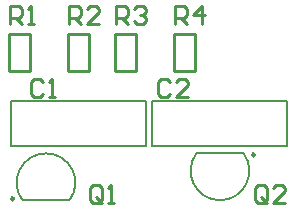
<source format=gto>
G04*
G04 #@! TF.GenerationSoftware,Altium Limited,Altium Designer,25.7.1 (20)*
G04*
G04 Layer_Color=65535*
%FSLAX44Y44*%
%MOMM*%
G71*
G04*
G04 #@! TF.SameCoordinates,1FEF7C1C-ADAA-44E2-BD5A-CF82835D82FB*
G04*
G04*
G04 #@! TF.FilePolarity,Positive*
G04*
G01*
G75*
%ADD10C,0.2000*%
%ADD11C,0.2500*%
%ADD12C,0.2540*%
D10*
X170200Y45000D02*
G03*
X209800Y45000I19800J-15000D01*
G01*
X62500Y5000D02*
G03*
X22900Y5000I-19800J15000D01*
G01*
X170200Y45000D02*
X209800D01*
X12850Y89050D02*
X127150D01*
X12850Y50950D02*
Y89050D01*
Y50950D02*
X127150D01*
Y89050D01*
X132850D02*
X247150D01*
X132850Y50950D02*
Y89050D01*
Y50950D02*
X247150D01*
Y89050D01*
X22900Y5000D02*
X62500D01*
D11*
X219550Y43500D02*
G03*
X219550Y43500I-1250J0D01*
G01*
X15650Y6500D02*
G03*
X15650Y6500I-1250J0D01*
G01*
D12*
X151001Y114500D02*
X169001D01*
Y145500D01*
X151001D02*
X169001D01*
X151001Y114500D02*
Y145500D01*
X101001Y114500D02*
X119001D01*
Y145500D01*
X101001D02*
X119001D01*
X101001Y114500D02*
Y145500D01*
X61000Y114500D02*
X79001D01*
Y145500D01*
X61000D02*
X79001D01*
X61000Y114500D02*
Y145500D01*
X11000Y114500D02*
X29000D01*
Y145500D01*
X11000D02*
X29000D01*
X11000Y114500D02*
Y145500D01*
X230161Y4922D02*
Y15078D01*
X227622Y17617D01*
X222543D01*
X220004Y15078D01*
Y4922D01*
X222543Y2383D01*
X227622D01*
X225082Y7461D02*
X230161Y2383D01*
X227622D02*
X230161Y4922D01*
X245396Y2383D02*
X235239D01*
X245396Y12539D01*
Y15078D01*
X242857Y17617D01*
X237778D01*
X235239Y15078D01*
X40000Y105078D02*
X37461Y107618D01*
X32383D01*
X29843Y105078D01*
Y94922D01*
X32383Y92382D01*
X37461D01*
X40000Y94922D01*
X45078Y92382D02*
X50157D01*
X47618D01*
Y107618D01*
X45078Y105078D01*
X147461D02*
X144922Y107618D01*
X139843D01*
X137304Y105078D01*
Y94922D01*
X139843Y92382D01*
X144922D01*
X147461Y94922D01*
X162696Y92382D02*
X152539D01*
X162696Y102539D01*
Y105078D01*
X160157Y107618D01*
X155078D01*
X152539Y105078D01*
X90000Y4922D02*
Y15078D01*
X87461Y17617D01*
X82382D01*
X79843Y15078D01*
Y4922D01*
X82382Y2383D01*
X87461D01*
X84922Y7461D02*
X90000Y2383D01*
X87461D02*
X90000Y4922D01*
X95078Y2383D02*
X100157D01*
X97618D01*
Y17617D01*
X95078Y15078D01*
X152196Y154342D02*
Y169577D01*
X159813D01*
X162353Y167038D01*
Y161959D01*
X159813Y159420D01*
X152196D01*
X157274D02*
X162353Y154342D01*
X175049D02*
Y169577D01*
X167431Y161959D01*
X177588D01*
X102158Y154342D02*
Y169577D01*
X109775D01*
X112315Y167038D01*
Y161959D01*
X109775Y159420D01*
X102158D01*
X107236D02*
X112315Y154342D01*
X117393Y167038D02*
X119932Y169577D01*
X125011D01*
X127550Y167038D01*
Y164499D01*
X125011Y161959D01*
X122471D01*
X125011D01*
X127550Y159420D01*
Y156881D01*
X125011Y154342D01*
X119932D01*
X117393Y156881D01*
X62280Y154342D02*
Y169577D01*
X69897D01*
X72437Y167038D01*
Y161959D01*
X69897Y159420D01*
X62280D01*
X67358D02*
X72437Y154342D01*
X87672D02*
X77515D01*
X87672Y164499D01*
Y167038D01*
X85133Y169577D01*
X80054D01*
X77515Y167038D01*
X12242Y154342D02*
Y169577D01*
X19859D01*
X22399Y167038D01*
Y161959D01*
X19859Y159420D01*
X12242D01*
X17320D02*
X22399Y154342D01*
X27477D02*
X32555D01*
X30016D01*
Y169577D01*
X27477Y167038D01*
M02*

</source>
